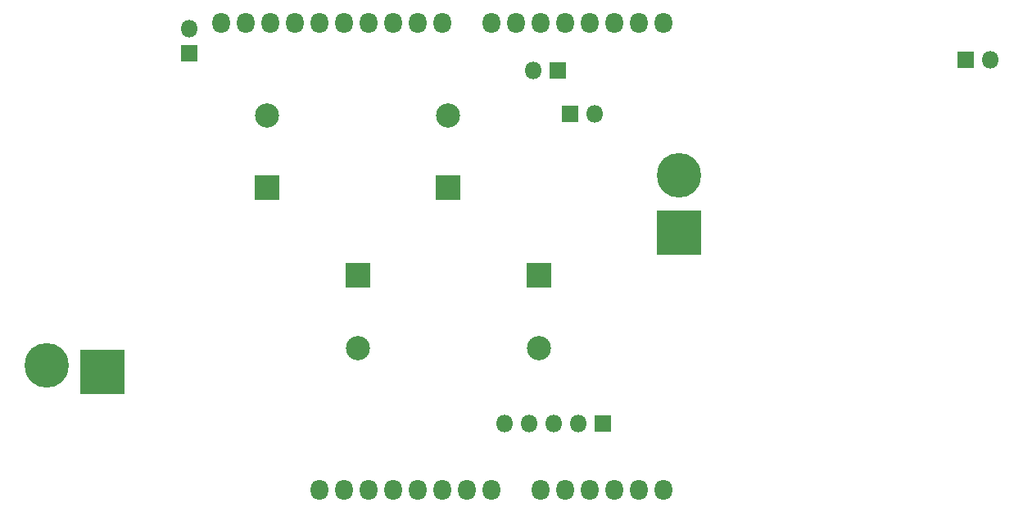
<source format=gbs>
G04 #@! TF.GenerationSoftware,KiCad,Pcbnew,(2017-11-06 revision 9df4ae65e)-makepkg*
G04 #@! TF.CreationDate,2018-10-01T21:36:44-07:00*
G04 #@! TF.ProjectId,MHz_LED_Modulator_v2,4D487A5F4C45445F4D6F64756C61746F,rev?*
G04 #@! TF.SameCoordinates,Original*
G04 #@! TF.FileFunction,Soldermask,Bot*
G04 #@! TF.FilePolarity,Negative*
%FSLAX46Y46*%
G04 Gerber Fmt 4.6, Leading zero omitted, Abs format (unit mm)*
G04 Created by KiCad (PCBNEW (2017-11-06 revision 9df4ae65e)-makepkg) date 10/01/18 21:36:44*
%MOMM*%
%LPD*%
G01*
G04 APERTURE LIST*
%ADD10R,4.602480X4.602480*%
%ADD11C,4.602480*%
%ADD12O,1.801600X1.801600*%
%ADD13R,1.801600X1.801600*%
%ADD14C,2.501600*%
%ADD15R,2.501600X2.501600*%
%ADD16O,1.828800X2.133600*%
G04 APERTURE END LIST*
D10*
X116530000Y-111700000D03*
X176080000Y-97260000D03*
D11*
X110730000Y-111010000D03*
X176060000Y-91350000D03*
D12*
X208270000Y-79410000D03*
D13*
X205730000Y-79410000D03*
D12*
X125460000Y-76190000D03*
D13*
X125460000Y-78730000D03*
D12*
X167390000Y-84990000D03*
D13*
X164850000Y-84990000D03*
D12*
X158040000Y-117000000D03*
X160580000Y-117000000D03*
X163120000Y-117000000D03*
X165660000Y-117000000D03*
D13*
X168200000Y-117000000D03*
X163568000Y-80505000D03*
D12*
X161028000Y-80505000D03*
D14*
X133488000Y-85145000D03*
D15*
X133488000Y-92645000D03*
D14*
X152208000Y-85145000D03*
D15*
X152208000Y-92645000D03*
X142918000Y-101695000D03*
D14*
X142918000Y-109195000D03*
X161608000Y-109205000D03*
D15*
X161608000Y-101705000D03*
D16*
X156718000Y-75575000D03*
X159258000Y-75575000D03*
X161798000Y-75575000D03*
X164338000Y-75575000D03*
X166878000Y-75575000D03*
X169418000Y-75575000D03*
X171958000Y-75575000D03*
X174498000Y-75575000D03*
X138938000Y-123825000D03*
X141478000Y-123825000D03*
X144018000Y-123825000D03*
X146558000Y-123825000D03*
X149098000Y-123825000D03*
X151638000Y-123825000D03*
X154178000Y-123825000D03*
X156718000Y-123825000D03*
X161798000Y-123825000D03*
X164338000Y-123825000D03*
X166878000Y-123825000D03*
X169418000Y-123825000D03*
X171958000Y-123825000D03*
X174498000Y-123825000D03*
X128778000Y-75575000D03*
X131318000Y-75575000D03*
X133858000Y-75575000D03*
X136398000Y-75575000D03*
X138938000Y-75575000D03*
X141478000Y-75575000D03*
X144018000Y-75575000D03*
X146558000Y-75575000D03*
X149098000Y-75575000D03*
X151638000Y-75575000D03*
M02*

</source>
